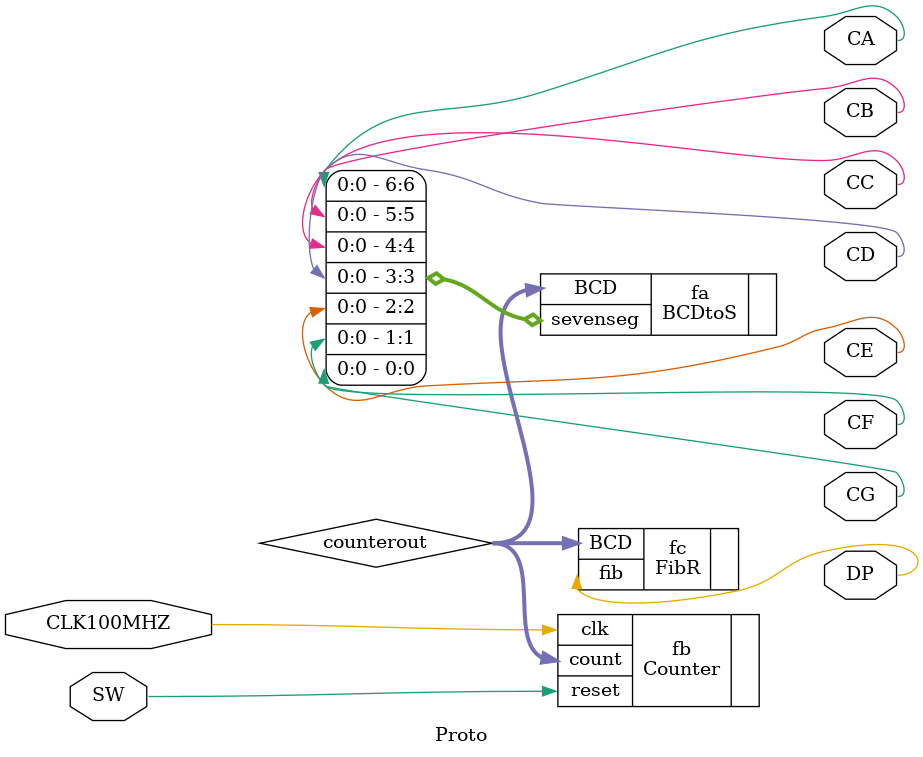
<source format=sv>
`timescale 1ns / 1ps


module Proto(
    input logic CLK100MHZ, SW,
    output logic DP,
    output logic CA,CB,CC,CD,CE,CF,CG
     );
    logic [3:0] counterout;//conecta el contador con el detector de fibinarios y BCDtoS
    BCDtoS fa(.BCD(counterout),.sevenseg({CA,CB,CC,CD,CE,CF,CG}));
    Counter fb(.clk(CLK100MHZ),.reset(SW),.count(counterout));
    FibR fc(.BCD(counterout),.fib(DP));
   
endmodule

</source>
